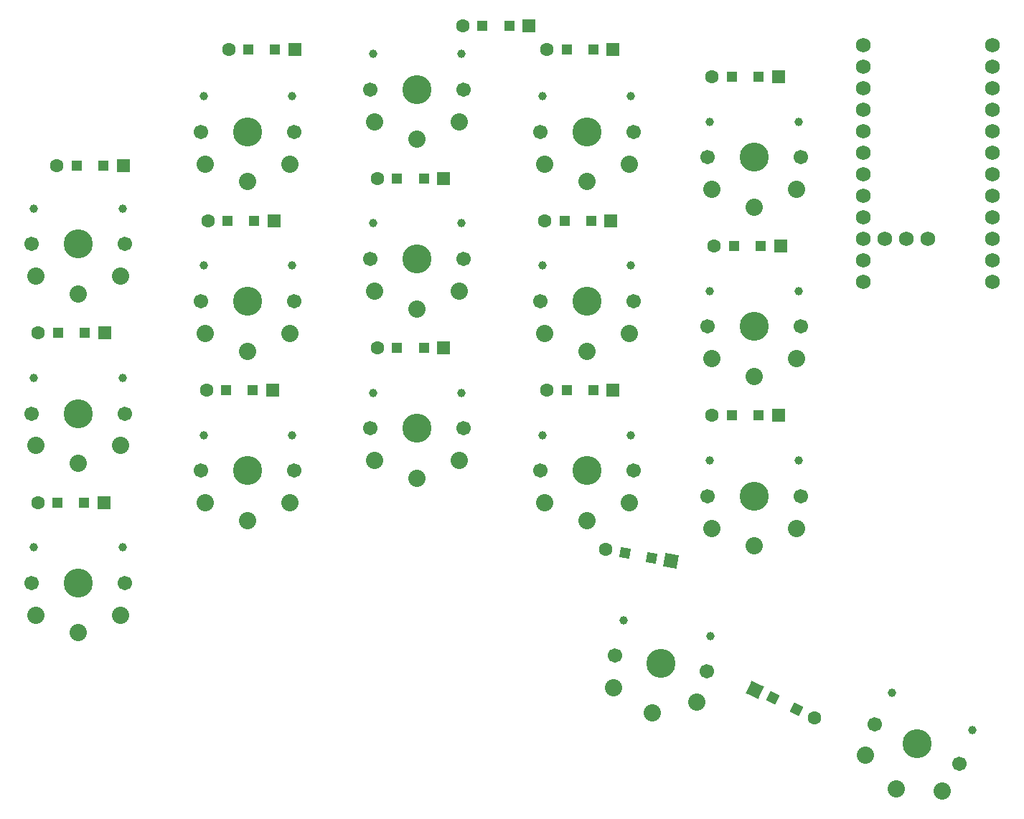
<source format=gbr>
%TF.GenerationSoftware,KiCad,Pcbnew,9.0.2*%
%TF.CreationDate,2025-05-24T14:32:55-04:00*%
%TF.ProjectId,ErgoDecks,4572676f-4465-4636-9b73-2e6b69636164,rev?*%
%TF.SameCoordinates,Original*%
%TF.FileFunction,Soldermask,Bot*%
%TF.FilePolarity,Negative*%
%FSLAX46Y46*%
G04 Gerber Fmt 4.6, Leading zero omitted, Abs format (unit mm)*
G04 Created by KiCad (PCBNEW 9.0.2) date 2025-05-24 14:32:55*
%MOMM*%
%LPD*%
G01*
G04 APERTURE LIST*
G04 Aperture macros list*
%AMRotRect*
0 Rectangle, with rotation*
0 The origin of the aperture is its center*
0 $1 length*
0 $2 width*
0 $3 Rotation angle, in degrees counterclockwise*
0 Add horizontal line*
21,1,$1,$2,0,0,$3*%
G04 Aperture macros list end*
%ADD10C,1.701800*%
%ADD11C,0.990600*%
%ADD12C,3.429000*%
%ADD13C,2.032000*%
%ADD14C,1.752600*%
%ADD15R,1.600000X1.600000*%
%ADD16R,1.200000X1.200000*%
%ADD17C,1.600000*%
%ADD18RotRect,1.600000X1.600000X170.000000*%
%ADD19RotRect,1.200000X1.200000X170.000000*%
%ADD20RotRect,1.600000X1.600000X335.000000*%
%ADD21RotRect,1.200000X1.200000X335.000000*%
G04 APERTURE END LIST*
D10*
%TO.C,K15*%
X101650000Y-109750000D03*
D11*
X101930000Y-105550000D03*
D12*
X107150000Y-109750000D03*
D11*
X112370000Y-105550000D03*
D10*
X112650000Y-109750000D03*
D13*
X107150000Y-115650000D03*
X102150000Y-113550000D03*
X112150000Y-113550000D03*
%TD*%
D10*
%TO.C,K1*%
X21900000Y-80000000D03*
D11*
X22180000Y-75800000D03*
D12*
X27400000Y-80000000D03*
D11*
X32620000Y-75800000D03*
D10*
X32900000Y-80000000D03*
D13*
X27400000Y-85900000D03*
X22400000Y-83800000D03*
X32400000Y-83800000D03*
%TD*%
D10*
%TO.C,K17*%
X121415307Y-136675600D03*
D11*
X123444070Y-132987440D03*
D12*
X126400000Y-139000000D03*
D11*
X132905923Y-137399575D03*
D10*
X131384693Y-141324400D03*
D13*
X123906552Y-144347216D03*
X120262512Y-140330878D03*
X129325590Y-144557061D03*
%TD*%
D10*
%TO.C,K9*%
X61900000Y-101750000D03*
D11*
X62180000Y-97550000D03*
D12*
X67400000Y-101750000D03*
D11*
X72620000Y-97550000D03*
D10*
X72900000Y-101750000D03*
D13*
X67400000Y-107650000D03*
X62400000Y-105550000D03*
X72400000Y-105550000D03*
%TD*%
D10*
%TO.C,K16*%
X90733557Y-128544935D03*
D11*
X91738626Y-124457364D03*
D12*
X96150000Y-129500000D03*
D11*
X102020019Y-126270251D03*
D10*
X101566443Y-130455065D03*
D13*
X95125476Y-135310366D03*
X90566098Y-132374029D03*
X100414176Y-134110510D03*
%TD*%
D10*
%TO.C,K5*%
X41900000Y-86750000D03*
D11*
X42180000Y-82550000D03*
D12*
X47400000Y-86750000D03*
D11*
X52620000Y-82550000D03*
D10*
X52900000Y-86750000D03*
D13*
X47400000Y-92650000D03*
X42400000Y-90550000D03*
X52400000Y-90550000D03*
%TD*%
D14*
%TO.C,U1*%
X120030000Y-56530000D03*
X120030000Y-59070000D03*
X120030000Y-61610000D03*
X120030000Y-64150000D03*
X120030000Y-66690000D03*
X120030000Y-69230000D03*
X120030000Y-71770000D03*
X120030000Y-74310000D03*
X120030000Y-76850000D03*
X120030000Y-79390000D03*
X120030000Y-81930000D03*
X120030000Y-84470000D03*
X135270000Y-84470000D03*
X135270000Y-81930000D03*
X135270000Y-79390000D03*
X135270000Y-76850000D03*
X135270000Y-74310000D03*
X135270000Y-71770000D03*
X135270000Y-69230000D03*
X135270000Y-66690000D03*
X135270000Y-64150000D03*
X135270000Y-61610000D03*
X135270000Y-59070000D03*
X135270000Y-56530000D03*
X122570000Y-79390000D03*
X125110000Y-79390000D03*
X127650000Y-79390000D03*
%TD*%
D10*
%TO.C,K6*%
X41900000Y-106750000D03*
D11*
X42180000Y-102550000D03*
D12*
X47400000Y-106750000D03*
D11*
X52620000Y-102550000D03*
D10*
X52900000Y-106750000D03*
D13*
X47400000Y-112650000D03*
X42400000Y-110550000D03*
X52400000Y-110550000D03*
%TD*%
D10*
%TO.C,K4*%
X41900000Y-66750000D03*
D11*
X42180000Y-62550000D03*
D12*
X47400000Y-66750000D03*
D11*
X52620000Y-62550000D03*
D10*
X52900000Y-66750000D03*
D13*
X47400000Y-72650000D03*
X42400000Y-70550000D03*
X52400000Y-70550000D03*
%TD*%
D10*
%TO.C,K3*%
X21900000Y-120000000D03*
D11*
X22180000Y-115800000D03*
D12*
X27400000Y-120000000D03*
D11*
X32620000Y-115800000D03*
D10*
X32900000Y-120000000D03*
D13*
X27400000Y-125900000D03*
X22400000Y-123800000D03*
X32400000Y-123800000D03*
%TD*%
D10*
%TO.C,K7*%
X61900000Y-61750000D03*
D11*
X62180000Y-57550000D03*
D12*
X67400000Y-61750000D03*
D11*
X72620000Y-57550000D03*
D10*
X72900000Y-61750000D03*
D13*
X67400000Y-67650000D03*
X62400000Y-65550000D03*
X72400000Y-65550000D03*
%TD*%
D10*
%TO.C,K8*%
X61900000Y-81750000D03*
D11*
X62180000Y-77550000D03*
D12*
X67400000Y-81750000D03*
D11*
X72620000Y-77550000D03*
D10*
X72900000Y-81750000D03*
D13*
X67400000Y-87650000D03*
X62400000Y-85550000D03*
X72400000Y-85550000D03*
%TD*%
D10*
%TO.C,K13*%
X101650000Y-69750000D03*
D11*
X101930000Y-65550000D03*
D12*
X107150000Y-69750000D03*
D11*
X112370000Y-65550000D03*
D10*
X112650000Y-69750000D03*
D13*
X107150000Y-75650000D03*
X102150000Y-73550000D03*
X112150000Y-73550000D03*
%TD*%
D10*
%TO.C,K2*%
X21900000Y-100000000D03*
D11*
X22180000Y-95800000D03*
D12*
X27400000Y-100000000D03*
D11*
X32620000Y-95800000D03*
D10*
X32900000Y-100000000D03*
D13*
X27400000Y-105900000D03*
X22400000Y-103800000D03*
X32400000Y-103800000D03*
%TD*%
D10*
%TO.C,K11*%
X81900000Y-86750000D03*
D11*
X82180000Y-82550000D03*
D12*
X87400000Y-86750000D03*
D11*
X92620000Y-82550000D03*
D10*
X92900000Y-86750000D03*
D13*
X87400000Y-92650000D03*
X82400000Y-90550000D03*
X92400000Y-90550000D03*
%TD*%
D10*
%TO.C,K14*%
X101650000Y-89750000D03*
D11*
X101930000Y-85550000D03*
D12*
X107150000Y-89750000D03*
D11*
X112370000Y-85550000D03*
D10*
X112650000Y-89750000D03*
D13*
X107150000Y-95650000D03*
X102150000Y-93550000D03*
X112150000Y-93550000D03*
%TD*%
D10*
%TO.C,K10*%
X81900000Y-66750000D03*
D11*
X82180000Y-62550000D03*
D12*
X87400000Y-66750000D03*
D11*
X92620000Y-62550000D03*
D10*
X92900000Y-66750000D03*
D13*
X87400000Y-72650000D03*
X82400000Y-70550000D03*
X92400000Y-70550000D03*
%TD*%
D10*
%TO.C,K12*%
X81900000Y-106750000D03*
D11*
X82180000Y-102550000D03*
D12*
X87400000Y-106750000D03*
D11*
X92620000Y-102550000D03*
D10*
X92900000Y-106750000D03*
D13*
X87400000Y-112650000D03*
X82400000Y-110550000D03*
X92400000Y-110550000D03*
%TD*%
D15*
%TO.C,D3*%
X30425000Y-110500000D03*
D16*
X28100000Y-110500000D03*
X24950000Y-110500000D03*
D17*
X22625000Y-110500000D03*
%TD*%
D15*
%TO.C,D7*%
X80575000Y-54250000D03*
D16*
X78250000Y-54250000D03*
X75100000Y-54250000D03*
D17*
X72775000Y-54250000D03*
%TD*%
D15*
%TO.C,D11*%
X90250000Y-77250000D03*
D16*
X87925000Y-77250000D03*
X84775000Y-77250000D03*
D17*
X82450000Y-77250000D03*
%TD*%
D15*
%TO.C,D8*%
X70500000Y-72250000D03*
D16*
X68175000Y-72250000D03*
X65025000Y-72250000D03*
D17*
X62700000Y-72250000D03*
%TD*%
D15*
%TO.C,D2*%
X30500000Y-90500000D03*
D16*
X28175000Y-90500000D03*
X25025000Y-90500000D03*
D17*
X22700000Y-90500000D03*
%TD*%
D15*
%TO.C,D6*%
X50324999Y-97250000D03*
D16*
X48000000Y-97250000D03*
X44850000Y-97250000D03*
D17*
X42525001Y-97250000D03*
%TD*%
D15*
%TO.C,D15*%
X110000000Y-100250000D03*
D16*
X107675000Y-100250000D03*
X104525000Y-100250000D03*
D17*
X102200000Y-100250000D03*
%TD*%
D15*
%TO.C,D13*%
X110000000Y-60250000D03*
D16*
X107675000Y-60250000D03*
X104525000Y-60250000D03*
D17*
X102200000Y-60250000D03*
%TD*%
D15*
%TO.C,D10*%
X90500000Y-57000000D03*
D16*
X88175000Y-57000000D03*
X85025000Y-57000000D03*
D17*
X82700000Y-57000000D03*
%TD*%
D15*
%TO.C,D12*%
X90500000Y-97250000D03*
D16*
X88175000Y-97250000D03*
X85025000Y-97250000D03*
D17*
X82700000Y-97250000D03*
%TD*%
D18*
%TO.C,D16*%
X97340750Y-117427228D03*
D19*
X95051072Y-117023496D03*
X91948928Y-116476504D03*
D17*
X89659250Y-116072772D03*
%TD*%
D15*
%TO.C,D9*%
X70500000Y-92250000D03*
D16*
X68175000Y-92250000D03*
X65025000Y-92250000D03*
D17*
X62700000Y-92250000D03*
%TD*%
D20*
%TO.C,D17*%
X107215400Y-132601789D03*
D21*
X109322565Y-133584376D03*
X112177435Y-134915624D03*
D17*
X114284600Y-135898211D03*
%TD*%
D15*
%TO.C,D1*%
X32700000Y-70750000D03*
D16*
X30375000Y-70750000D03*
X27225000Y-70750000D03*
D17*
X24900000Y-70750000D03*
%TD*%
D15*
%TO.C,D5*%
X50500000Y-77250000D03*
D16*
X48175000Y-77250000D03*
X45025000Y-77250000D03*
D17*
X42700000Y-77250000D03*
%TD*%
D15*
%TO.C,D4*%
X52950000Y-57000000D03*
D16*
X50625000Y-57000000D03*
X47475000Y-57000000D03*
D17*
X45150000Y-57000000D03*
%TD*%
D15*
%TO.C,D14*%
X110250000Y-80250000D03*
D16*
X107925000Y-80250000D03*
X104775000Y-80250000D03*
D17*
X102450000Y-80250000D03*
%TD*%
M02*

</source>
